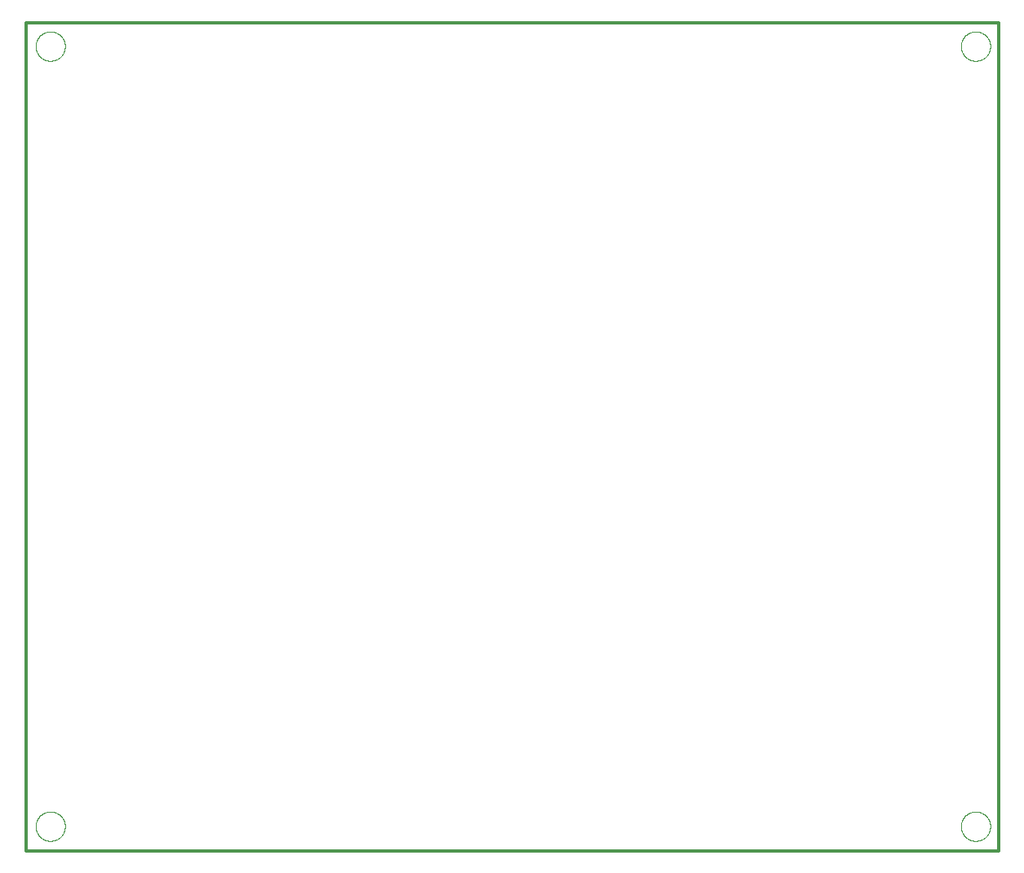
<source format=gko>
G75*
%MOIN*%
%OFA0B0*%
%FSLAX25Y25*%
%IPPOS*%
%LPD*%
%AMOC8*
5,1,8,0,0,1.08239X$1,22.5*
%
%ADD10C,0.01200*%
%ADD11C,0.00000*%
D10*
X0001600Y0001600D02*
X0001600Y0340301D01*
X0399021Y0340301D01*
X0399021Y0001600D01*
X0001600Y0001600D01*
D11*
X0005600Y0011600D02*
X0005602Y0011754D01*
X0005608Y0011909D01*
X0005618Y0012063D01*
X0005632Y0012217D01*
X0005650Y0012370D01*
X0005671Y0012523D01*
X0005697Y0012676D01*
X0005727Y0012827D01*
X0005760Y0012978D01*
X0005798Y0013128D01*
X0005839Y0013277D01*
X0005884Y0013425D01*
X0005933Y0013571D01*
X0005986Y0013717D01*
X0006042Y0013860D01*
X0006102Y0014003D01*
X0006166Y0014143D01*
X0006233Y0014283D01*
X0006304Y0014420D01*
X0006378Y0014555D01*
X0006456Y0014689D01*
X0006537Y0014820D01*
X0006622Y0014949D01*
X0006710Y0015077D01*
X0006801Y0015201D01*
X0006895Y0015324D01*
X0006993Y0015444D01*
X0007093Y0015561D01*
X0007197Y0015676D01*
X0007303Y0015788D01*
X0007412Y0015897D01*
X0007524Y0016003D01*
X0007639Y0016107D01*
X0007756Y0016207D01*
X0007876Y0016305D01*
X0007999Y0016399D01*
X0008123Y0016490D01*
X0008251Y0016578D01*
X0008380Y0016663D01*
X0008511Y0016744D01*
X0008645Y0016822D01*
X0008780Y0016896D01*
X0008917Y0016967D01*
X0009057Y0017034D01*
X0009197Y0017098D01*
X0009340Y0017158D01*
X0009483Y0017214D01*
X0009629Y0017267D01*
X0009775Y0017316D01*
X0009923Y0017361D01*
X0010072Y0017402D01*
X0010222Y0017440D01*
X0010373Y0017473D01*
X0010524Y0017503D01*
X0010677Y0017529D01*
X0010830Y0017550D01*
X0010983Y0017568D01*
X0011137Y0017582D01*
X0011291Y0017592D01*
X0011446Y0017598D01*
X0011600Y0017600D01*
X0011754Y0017598D01*
X0011909Y0017592D01*
X0012063Y0017582D01*
X0012217Y0017568D01*
X0012370Y0017550D01*
X0012523Y0017529D01*
X0012676Y0017503D01*
X0012827Y0017473D01*
X0012978Y0017440D01*
X0013128Y0017402D01*
X0013277Y0017361D01*
X0013425Y0017316D01*
X0013571Y0017267D01*
X0013717Y0017214D01*
X0013860Y0017158D01*
X0014003Y0017098D01*
X0014143Y0017034D01*
X0014283Y0016967D01*
X0014420Y0016896D01*
X0014555Y0016822D01*
X0014689Y0016744D01*
X0014820Y0016663D01*
X0014949Y0016578D01*
X0015077Y0016490D01*
X0015201Y0016399D01*
X0015324Y0016305D01*
X0015444Y0016207D01*
X0015561Y0016107D01*
X0015676Y0016003D01*
X0015788Y0015897D01*
X0015897Y0015788D01*
X0016003Y0015676D01*
X0016107Y0015561D01*
X0016207Y0015444D01*
X0016305Y0015324D01*
X0016399Y0015201D01*
X0016490Y0015077D01*
X0016578Y0014949D01*
X0016663Y0014820D01*
X0016744Y0014689D01*
X0016822Y0014555D01*
X0016896Y0014420D01*
X0016967Y0014283D01*
X0017034Y0014143D01*
X0017098Y0014003D01*
X0017158Y0013860D01*
X0017214Y0013717D01*
X0017267Y0013571D01*
X0017316Y0013425D01*
X0017361Y0013277D01*
X0017402Y0013128D01*
X0017440Y0012978D01*
X0017473Y0012827D01*
X0017503Y0012676D01*
X0017529Y0012523D01*
X0017550Y0012370D01*
X0017568Y0012217D01*
X0017582Y0012063D01*
X0017592Y0011909D01*
X0017598Y0011754D01*
X0017600Y0011600D01*
X0017598Y0011446D01*
X0017592Y0011291D01*
X0017582Y0011137D01*
X0017568Y0010983D01*
X0017550Y0010830D01*
X0017529Y0010677D01*
X0017503Y0010524D01*
X0017473Y0010373D01*
X0017440Y0010222D01*
X0017402Y0010072D01*
X0017361Y0009923D01*
X0017316Y0009775D01*
X0017267Y0009629D01*
X0017214Y0009483D01*
X0017158Y0009340D01*
X0017098Y0009197D01*
X0017034Y0009057D01*
X0016967Y0008917D01*
X0016896Y0008780D01*
X0016822Y0008645D01*
X0016744Y0008511D01*
X0016663Y0008380D01*
X0016578Y0008251D01*
X0016490Y0008123D01*
X0016399Y0007999D01*
X0016305Y0007876D01*
X0016207Y0007756D01*
X0016107Y0007639D01*
X0016003Y0007524D01*
X0015897Y0007412D01*
X0015788Y0007303D01*
X0015676Y0007197D01*
X0015561Y0007093D01*
X0015444Y0006993D01*
X0015324Y0006895D01*
X0015201Y0006801D01*
X0015077Y0006710D01*
X0014949Y0006622D01*
X0014820Y0006537D01*
X0014689Y0006456D01*
X0014555Y0006378D01*
X0014420Y0006304D01*
X0014283Y0006233D01*
X0014143Y0006166D01*
X0014003Y0006102D01*
X0013860Y0006042D01*
X0013717Y0005986D01*
X0013571Y0005933D01*
X0013425Y0005884D01*
X0013277Y0005839D01*
X0013128Y0005798D01*
X0012978Y0005760D01*
X0012827Y0005727D01*
X0012676Y0005697D01*
X0012523Y0005671D01*
X0012370Y0005650D01*
X0012217Y0005632D01*
X0012063Y0005618D01*
X0011909Y0005608D01*
X0011754Y0005602D01*
X0011600Y0005600D01*
X0011446Y0005602D01*
X0011291Y0005608D01*
X0011137Y0005618D01*
X0010983Y0005632D01*
X0010830Y0005650D01*
X0010677Y0005671D01*
X0010524Y0005697D01*
X0010373Y0005727D01*
X0010222Y0005760D01*
X0010072Y0005798D01*
X0009923Y0005839D01*
X0009775Y0005884D01*
X0009629Y0005933D01*
X0009483Y0005986D01*
X0009340Y0006042D01*
X0009197Y0006102D01*
X0009057Y0006166D01*
X0008917Y0006233D01*
X0008780Y0006304D01*
X0008645Y0006378D01*
X0008511Y0006456D01*
X0008380Y0006537D01*
X0008251Y0006622D01*
X0008123Y0006710D01*
X0007999Y0006801D01*
X0007876Y0006895D01*
X0007756Y0006993D01*
X0007639Y0007093D01*
X0007524Y0007197D01*
X0007412Y0007303D01*
X0007303Y0007412D01*
X0007197Y0007524D01*
X0007093Y0007639D01*
X0006993Y0007756D01*
X0006895Y0007876D01*
X0006801Y0007999D01*
X0006710Y0008123D01*
X0006622Y0008251D01*
X0006537Y0008380D01*
X0006456Y0008511D01*
X0006378Y0008645D01*
X0006304Y0008780D01*
X0006233Y0008917D01*
X0006166Y0009057D01*
X0006102Y0009197D01*
X0006042Y0009340D01*
X0005986Y0009483D01*
X0005933Y0009629D01*
X0005884Y0009775D01*
X0005839Y0009923D01*
X0005798Y0010072D01*
X0005760Y0010222D01*
X0005727Y0010373D01*
X0005697Y0010524D01*
X0005671Y0010677D01*
X0005650Y0010830D01*
X0005632Y0010983D01*
X0005618Y0011137D01*
X0005608Y0011291D01*
X0005602Y0011446D01*
X0005600Y0011600D01*
X0005600Y0330600D02*
X0005602Y0330754D01*
X0005608Y0330909D01*
X0005618Y0331063D01*
X0005632Y0331217D01*
X0005650Y0331370D01*
X0005671Y0331523D01*
X0005697Y0331676D01*
X0005727Y0331827D01*
X0005760Y0331978D01*
X0005798Y0332128D01*
X0005839Y0332277D01*
X0005884Y0332425D01*
X0005933Y0332571D01*
X0005986Y0332717D01*
X0006042Y0332860D01*
X0006102Y0333003D01*
X0006166Y0333143D01*
X0006233Y0333283D01*
X0006304Y0333420D01*
X0006378Y0333555D01*
X0006456Y0333689D01*
X0006537Y0333820D01*
X0006622Y0333949D01*
X0006710Y0334077D01*
X0006801Y0334201D01*
X0006895Y0334324D01*
X0006993Y0334444D01*
X0007093Y0334561D01*
X0007197Y0334676D01*
X0007303Y0334788D01*
X0007412Y0334897D01*
X0007524Y0335003D01*
X0007639Y0335107D01*
X0007756Y0335207D01*
X0007876Y0335305D01*
X0007999Y0335399D01*
X0008123Y0335490D01*
X0008251Y0335578D01*
X0008380Y0335663D01*
X0008511Y0335744D01*
X0008645Y0335822D01*
X0008780Y0335896D01*
X0008917Y0335967D01*
X0009057Y0336034D01*
X0009197Y0336098D01*
X0009340Y0336158D01*
X0009483Y0336214D01*
X0009629Y0336267D01*
X0009775Y0336316D01*
X0009923Y0336361D01*
X0010072Y0336402D01*
X0010222Y0336440D01*
X0010373Y0336473D01*
X0010524Y0336503D01*
X0010677Y0336529D01*
X0010830Y0336550D01*
X0010983Y0336568D01*
X0011137Y0336582D01*
X0011291Y0336592D01*
X0011446Y0336598D01*
X0011600Y0336600D01*
X0011754Y0336598D01*
X0011909Y0336592D01*
X0012063Y0336582D01*
X0012217Y0336568D01*
X0012370Y0336550D01*
X0012523Y0336529D01*
X0012676Y0336503D01*
X0012827Y0336473D01*
X0012978Y0336440D01*
X0013128Y0336402D01*
X0013277Y0336361D01*
X0013425Y0336316D01*
X0013571Y0336267D01*
X0013717Y0336214D01*
X0013860Y0336158D01*
X0014003Y0336098D01*
X0014143Y0336034D01*
X0014283Y0335967D01*
X0014420Y0335896D01*
X0014555Y0335822D01*
X0014689Y0335744D01*
X0014820Y0335663D01*
X0014949Y0335578D01*
X0015077Y0335490D01*
X0015201Y0335399D01*
X0015324Y0335305D01*
X0015444Y0335207D01*
X0015561Y0335107D01*
X0015676Y0335003D01*
X0015788Y0334897D01*
X0015897Y0334788D01*
X0016003Y0334676D01*
X0016107Y0334561D01*
X0016207Y0334444D01*
X0016305Y0334324D01*
X0016399Y0334201D01*
X0016490Y0334077D01*
X0016578Y0333949D01*
X0016663Y0333820D01*
X0016744Y0333689D01*
X0016822Y0333555D01*
X0016896Y0333420D01*
X0016967Y0333283D01*
X0017034Y0333143D01*
X0017098Y0333003D01*
X0017158Y0332860D01*
X0017214Y0332717D01*
X0017267Y0332571D01*
X0017316Y0332425D01*
X0017361Y0332277D01*
X0017402Y0332128D01*
X0017440Y0331978D01*
X0017473Y0331827D01*
X0017503Y0331676D01*
X0017529Y0331523D01*
X0017550Y0331370D01*
X0017568Y0331217D01*
X0017582Y0331063D01*
X0017592Y0330909D01*
X0017598Y0330754D01*
X0017600Y0330600D01*
X0017598Y0330446D01*
X0017592Y0330291D01*
X0017582Y0330137D01*
X0017568Y0329983D01*
X0017550Y0329830D01*
X0017529Y0329677D01*
X0017503Y0329524D01*
X0017473Y0329373D01*
X0017440Y0329222D01*
X0017402Y0329072D01*
X0017361Y0328923D01*
X0017316Y0328775D01*
X0017267Y0328629D01*
X0017214Y0328483D01*
X0017158Y0328340D01*
X0017098Y0328197D01*
X0017034Y0328057D01*
X0016967Y0327917D01*
X0016896Y0327780D01*
X0016822Y0327645D01*
X0016744Y0327511D01*
X0016663Y0327380D01*
X0016578Y0327251D01*
X0016490Y0327123D01*
X0016399Y0326999D01*
X0016305Y0326876D01*
X0016207Y0326756D01*
X0016107Y0326639D01*
X0016003Y0326524D01*
X0015897Y0326412D01*
X0015788Y0326303D01*
X0015676Y0326197D01*
X0015561Y0326093D01*
X0015444Y0325993D01*
X0015324Y0325895D01*
X0015201Y0325801D01*
X0015077Y0325710D01*
X0014949Y0325622D01*
X0014820Y0325537D01*
X0014689Y0325456D01*
X0014555Y0325378D01*
X0014420Y0325304D01*
X0014283Y0325233D01*
X0014143Y0325166D01*
X0014003Y0325102D01*
X0013860Y0325042D01*
X0013717Y0324986D01*
X0013571Y0324933D01*
X0013425Y0324884D01*
X0013277Y0324839D01*
X0013128Y0324798D01*
X0012978Y0324760D01*
X0012827Y0324727D01*
X0012676Y0324697D01*
X0012523Y0324671D01*
X0012370Y0324650D01*
X0012217Y0324632D01*
X0012063Y0324618D01*
X0011909Y0324608D01*
X0011754Y0324602D01*
X0011600Y0324600D01*
X0011446Y0324602D01*
X0011291Y0324608D01*
X0011137Y0324618D01*
X0010983Y0324632D01*
X0010830Y0324650D01*
X0010677Y0324671D01*
X0010524Y0324697D01*
X0010373Y0324727D01*
X0010222Y0324760D01*
X0010072Y0324798D01*
X0009923Y0324839D01*
X0009775Y0324884D01*
X0009629Y0324933D01*
X0009483Y0324986D01*
X0009340Y0325042D01*
X0009197Y0325102D01*
X0009057Y0325166D01*
X0008917Y0325233D01*
X0008780Y0325304D01*
X0008645Y0325378D01*
X0008511Y0325456D01*
X0008380Y0325537D01*
X0008251Y0325622D01*
X0008123Y0325710D01*
X0007999Y0325801D01*
X0007876Y0325895D01*
X0007756Y0325993D01*
X0007639Y0326093D01*
X0007524Y0326197D01*
X0007412Y0326303D01*
X0007303Y0326412D01*
X0007197Y0326524D01*
X0007093Y0326639D01*
X0006993Y0326756D01*
X0006895Y0326876D01*
X0006801Y0326999D01*
X0006710Y0327123D01*
X0006622Y0327251D01*
X0006537Y0327380D01*
X0006456Y0327511D01*
X0006378Y0327645D01*
X0006304Y0327780D01*
X0006233Y0327917D01*
X0006166Y0328057D01*
X0006102Y0328197D01*
X0006042Y0328340D01*
X0005986Y0328483D01*
X0005933Y0328629D01*
X0005884Y0328775D01*
X0005839Y0328923D01*
X0005798Y0329072D01*
X0005760Y0329222D01*
X0005727Y0329373D01*
X0005697Y0329524D01*
X0005671Y0329677D01*
X0005650Y0329830D01*
X0005632Y0329983D01*
X0005618Y0330137D01*
X0005608Y0330291D01*
X0005602Y0330446D01*
X0005600Y0330600D01*
X0383600Y0330600D02*
X0383602Y0330754D01*
X0383608Y0330909D01*
X0383618Y0331063D01*
X0383632Y0331217D01*
X0383650Y0331370D01*
X0383671Y0331523D01*
X0383697Y0331676D01*
X0383727Y0331827D01*
X0383760Y0331978D01*
X0383798Y0332128D01*
X0383839Y0332277D01*
X0383884Y0332425D01*
X0383933Y0332571D01*
X0383986Y0332717D01*
X0384042Y0332860D01*
X0384102Y0333003D01*
X0384166Y0333143D01*
X0384233Y0333283D01*
X0384304Y0333420D01*
X0384378Y0333555D01*
X0384456Y0333689D01*
X0384537Y0333820D01*
X0384622Y0333949D01*
X0384710Y0334077D01*
X0384801Y0334201D01*
X0384895Y0334324D01*
X0384993Y0334444D01*
X0385093Y0334561D01*
X0385197Y0334676D01*
X0385303Y0334788D01*
X0385412Y0334897D01*
X0385524Y0335003D01*
X0385639Y0335107D01*
X0385756Y0335207D01*
X0385876Y0335305D01*
X0385999Y0335399D01*
X0386123Y0335490D01*
X0386251Y0335578D01*
X0386380Y0335663D01*
X0386511Y0335744D01*
X0386645Y0335822D01*
X0386780Y0335896D01*
X0386917Y0335967D01*
X0387057Y0336034D01*
X0387197Y0336098D01*
X0387340Y0336158D01*
X0387483Y0336214D01*
X0387629Y0336267D01*
X0387775Y0336316D01*
X0387923Y0336361D01*
X0388072Y0336402D01*
X0388222Y0336440D01*
X0388373Y0336473D01*
X0388524Y0336503D01*
X0388677Y0336529D01*
X0388830Y0336550D01*
X0388983Y0336568D01*
X0389137Y0336582D01*
X0389291Y0336592D01*
X0389446Y0336598D01*
X0389600Y0336600D01*
X0389754Y0336598D01*
X0389909Y0336592D01*
X0390063Y0336582D01*
X0390217Y0336568D01*
X0390370Y0336550D01*
X0390523Y0336529D01*
X0390676Y0336503D01*
X0390827Y0336473D01*
X0390978Y0336440D01*
X0391128Y0336402D01*
X0391277Y0336361D01*
X0391425Y0336316D01*
X0391571Y0336267D01*
X0391717Y0336214D01*
X0391860Y0336158D01*
X0392003Y0336098D01*
X0392143Y0336034D01*
X0392283Y0335967D01*
X0392420Y0335896D01*
X0392555Y0335822D01*
X0392689Y0335744D01*
X0392820Y0335663D01*
X0392949Y0335578D01*
X0393077Y0335490D01*
X0393201Y0335399D01*
X0393324Y0335305D01*
X0393444Y0335207D01*
X0393561Y0335107D01*
X0393676Y0335003D01*
X0393788Y0334897D01*
X0393897Y0334788D01*
X0394003Y0334676D01*
X0394107Y0334561D01*
X0394207Y0334444D01*
X0394305Y0334324D01*
X0394399Y0334201D01*
X0394490Y0334077D01*
X0394578Y0333949D01*
X0394663Y0333820D01*
X0394744Y0333689D01*
X0394822Y0333555D01*
X0394896Y0333420D01*
X0394967Y0333283D01*
X0395034Y0333143D01*
X0395098Y0333003D01*
X0395158Y0332860D01*
X0395214Y0332717D01*
X0395267Y0332571D01*
X0395316Y0332425D01*
X0395361Y0332277D01*
X0395402Y0332128D01*
X0395440Y0331978D01*
X0395473Y0331827D01*
X0395503Y0331676D01*
X0395529Y0331523D01*
X0395550Y0331370D01*
X0395568Y0331217D01*
X0395582Y0331063D01*
X0395592Y0330909D01*
X0395598Y0330754D01*
X0395600Y0330600D01*
X0395598Y0330446D01*
X0395592Y0330291D01*
X0395582Y0330137D01*
X0395568Y0329983D01*
X0395550Y0329830D01*
X0395529Y0329677D01*
X0395503Y0329524D01*
X0395473Y0329373D01*
X0395440Y0329222D01*
X0395402Y0329072D01*
X0395361Y0328923D01*
X0395316Y0328775D01*
X0395267Y0328629D01*
X0395214Y0328483D01*
X0395158Y0328340D01*
X0395098Y0328197D01*
X0395034Y0328057D01*
X0394967Y0327917D01*
X0394896Y0327780D01*
X0394822Y0327645D01*
X0394744Y0327511D01*
X0394663Y0327380D01*
X0394578Y0327251D01*
X0394490Y0327123D01*
X0394399Y0326999D01*
X0394305Y0326876D01*
X0394207Y0326756D01*
X0394107Y0326639D01*
X0394003Y0326524D01*
X0393897Y0326412D01*
X0393788Y0326303D01*
X0393676Y0326197D01*
X0393561Y0326093D01*
X0393444Y0325993D01*
X0393324Y0325895D01*
X0393201Y0325801D01*
X0393077Y0325710D01*
X0392949Y0325622D01*
X0392820Y0325537D01*
X0392689Y0325456D01*
X0392555Y0325378D01*
X0392420Y0325304D01*
X0392283Y0325233D01*
X0392143Y0325166D01*
X0392003Y0325102D01*
X0391860Y0325042D01*
X0391717Y0324986D01*
X0391571Y0324933D01*
X0391425Y0324884D01*
X0391277Y0324839D01*
X0391128Y0324798D01*
X0390978Y0324760D01*
X0390827Y0324727D01*
X0390676Y0324697D01*
X0390523Y0324671D01*
X0390370Y0324650D01*
X0390217Y0324632D01*
X0390063Y0324618D01*
X0389909Y0324608D01*
X0389754Y0324602D01*
X0389600Y0324600D01*
X0389446Y0324602D01*
X0389291Y0324608D01*
X0389137Y0324618D01*
X0388983Y0324632D01*
X0388830Y0324650D01*
X0388677Y0324671D01*
X0388524Y0324697D01*
X0388373Y0324727D01*
X0388222Y0324760D01*
X0388072Y0324798D01*
X0387923Y0324839D01*
X0387775Y0324884D01*
X0387629Y0324933D01*
X0387483Y0324986D01*
X0387340Y0325042D01*
X0387197Y0325102D01*
X0387057Y0325166D01*
X0386917Y0325233D01*
X0386780Y0325304D01*
X0386645Y0325378D01*
X0386511Y0325456D01*
X0386380Y0325537D01*
X0386251Y0325622D01*
X0386123Y0325710D01*
X0385999Y0325801D01*
X0385876Y0325895D01*
X0385756Y0325993D01*
X0385639Y0326093D01*
X0385524Y0326197D01*
X0385412Y0326303D01*
X0385303Y0326412D01*
X0385197Y0326524D01*
X0385093Y0326639D01*
X0384993Y0326756D01*
X0384895Y0326876D01*
X0384801Y0326999D01*
X0384710Y0327123D01*
X0384622Y0327251D01*
X0384537Y0327380D01*
X0384456Y0327511D01*
X0384378Y0327645D01*
X0384304Y0327780D01*
X0384233Y0327917D01*
X0384166Y0328057D01*
X0384102Y0328197D01*
X0384042Y0328340D01*
X0383986Y0328483D01*
X0383933Y0328629D01*
X0383884Y0328775D01*
X0383839Y0328923D01*
X0383798Y0329072D01*
X0383760Y0329222D01*
X0383727Y0329373D01*
X0383697Y0329524D01*
X0383671Y0329677D01*
X0383650Y0329830D01*
X0383632Y0329983D01*
X0383618Y0330137D01*
X0383608Y0330291D01*
X0383602Y0330446D01*
X0383600Y0330600D01*
X0383600Y0011600D02*
X0383602Y0011754D01*
X0383608Y0011909D01*
X0383618Y0012063D01*
X0383632Y0012217D01*
X0383650Y0012370D01*
X0383671Y0012523D01*
X0383697Y0012676D01*
X0383727Y0012827D01*
X0383760Y0012978D01*
X0383798Y0013128D01*
X0383839Y0013277D01*
X0383884Y0013425D01*
X0383933Y0013571D01*
X0383986Y0013717D01*
X0384042Y0013860D01*
X0384102Y0014003D01*
X0384166Y0014143D01*
X0384233Y0014283D01*
X0384304Y0014420D01*
X0384378Y0014555D01*
X0384456Y0014689D01*
X0384537Y0014820D01*
X0384622Y0014949D01*
X0384710Y0015077D01*
X0384801Y0015201D01*
X0384895Y0015324D01*
X0384993Y0015444D01*
X0385093Y0015561D01*
X0385197Y0015676D01*
X0385303Y0015788D01*
X0385412Y0015897D01*
X0385524Y0016003D01*
X0385639Y0016107D01*
X0385756Y0016207D01*
X0385876Y0016305D01*
X0385999Y0016399D01*
X0386123Y0016490D01*
X0386251Y0016578D01*
X0386380Y0016663D01*
X0386511Y0016744D01*
X0386645Y0016822D01*
X0386780Y0016896D01*
X0386917Y0016967D01*
X0387057Y0017034D01*
X0387197Y0017098D01*
X0387340Y0017158D01*
X0387483Y0017214D01*
X0387629Y0017267D01*
X0387775Y0017316D01*
X0387923Y0017361D01*
X0388072Y0017402D01*
X0388222Y0017440D01*
X0388373Y0017473D01*
X0388524Y0017503D01*
X0388677Y0017529D01*
X0388830Y0017550D01*
X0388983Y0017568D01*
X0389137Y0017582D01*
X0389291Y0017592D01*
X0389446Y0017598D01*
X0389600Y0017600D01*
X0389754Y0017598D01*
X0389909Y0017592D01*
X0390063Y0017582D01*
X0390217Y0017568D01*
X0390370Y0017550D01*
X0390523Y0017529D01*
X0390676Y0017503D01*
X0390827Y0017473D01*
X0390978Y0017440D01*
X0391128Y0017402D01*
X0391277Y0017361D01*
X0391425Y0017316D01*
X0391571Y0017267D01*
X0391717Y0017214D01*
X0391860Y0017158D01*
X0392003Y0017098D01*
X0392143Y0017034D01*
X0392283Y0016967D01*
X0392420Y0016896D01*
X0392555Y0016822D01*
X0392689Y0016744D01*
X0392820Y0016663D01*
X0392949Y0016578D01*
X0393077Y0016490D01*
X0393201Y0016399D01*
X0393324Y0016305D01*
X0393444Y0016207D01*
X0393561Y0016107D01*
X0393676Y0016003D01*
X0393788Y0015897D01*
X0393897Y0015788D01*
X0394003Y0015676D01*
X0394107Y0015561D01*
X0394207Y0015444D01*
X0394305Y0015324D01*
X0394399Y0015201D01*
X0394490Y0015077D01*
X0394578Y0014949D01*
X0394663Y0014820D01*
X0394744Y0014689D01*
X0394822Y0014555D01*
X0394896Y0014420D01*
X0394967Y0014283D01*
X0395034Y0014143D01*
X0395098Y0014003D01*
X0395158Y0013860D01*
X0395214Y0013717D01*
X0395267Y0013571D01*
X0395316Y0013425D01*
X0395361Y0013277D01*
X0395402Y0013128D01*
X0395440Y0012978D01*
X0395473Y0012827D01*
X0395503Y0012676D01*
X0395529Y0012523D01*
X0395550Y0012370D01*
X0395568Y0012217D01*
X0395582Y0012063D01*
X0395592Y0011909D01*
X0395598Y0011754D01*
X0395600Y0011600D01*
X0395598Y0011446D01*
X0395592Y0011291D01*
X0395582Y0011137D01*
X0395568Y0010983D01*
X0395550Y0010830D01*
X0395529Y0010677D01*
X0395503Y0010524D01*
X0395473Y0010373D01*
X0395440Y0010222D01*
X0395402Y0010072D01*
X0395361Y0009923D01*
X0395316Y0009775D01*
X0395267Y0009629D01*
X0395214Y0009483D01*
X0395158Y0009340D01*
X0395098Y0009197D01*
X0395034Y0009057D01*
X0394967Y0008917D01*
X0394896Y0008780D01*
X0394822Y0008645D01*
X0394744Y0008511D01*
X0394663Y0008380D01*
X0394578Y0008251D01*
X0394490Y0008123D01*
X0394399Y0007999D01*
X0394305Y0007876D01*
X0394207Y0007756D01*
X0394107Y0007639D01*
X0394003Y0007524D01*
X0393897Y0007412D01*
X0393788Y0007303D01*
X0393676Y0007197D01*
X0393561Y0007093D01*
X0393444Y0006993D01*
X0393324Y0006895D01*
X0393201Y0006801D01*
X0393077Y0006710D01*
X0392949Y0006622D01*
X0392820Y0006537D01*
X0392689Y0006456D01*
X0392555Y0006378D01*
X0392420Y0006304D01*
X0392283Y0006233D01*
X0392143Y0006166D01*
X0392003Y0006102D01*
X0391860Y0006042D01*
X0391717Y0005986D01*
X0391571Y0005933D01*
X0391425Y0005884D01*
X0391277Y0005839D01*
X0391128Y0005798D01*
X0390978Y0005760D01*
X0390827Y0005727D01*
X0390676Y0005697D01*
X0390523Y0005671D01*
X0390370Y0005650D01*
X0390217Y0005632D01*
X0390063Y0005618D01*
X0389909Y0005608D01*
X0389754Y0005602D01*
X0389600Y0005600D01*
X0389446Y0005602D01*
X0389291Y0005608D01*
X0389137Y0005618D01*
X0388983Y0005632D01*
X0388830Y0005650D01*
X0388677Y0005671D01*
X0388524Y0005697D01*
X0388373Y0005727D01*
X0388222Y0005760D01*
X0388072Y0005798D01*
X0387923Y0005839D01*
X0387775Y0005884D01*
X0387629Y0005933D01*
X0387483Y0005986D01*
X0387340Y0006042D01*
X0387197Y0006102D01*
X0387057Y0006166D01*
X0386917Y0006233D01*
X0386780Y0006304D01*
X0386645Y0006378D01*
X0386511Y0006456D01*
X0386380Y0006537D01*
X0386251Y0006622D01*
X0386123Y0006710D01*
X0385999Y0006801D01*
X0385876Y0006895D01*
X0385756Y0006993D01*
X0385639Y0007093D01*
X0385524Y0007197D01*
X0385412Y0007303D01*
X0385303Y0007412D01*
X0385197Y0007524D01*
X0385093Y0007639D01*
X0384993Y0007756D01*
X0384895Y0007876D01*
X0384801Y0007999D01*
X0384710Y0008123D01*
X0384622Y0008251D01*
X0384537Y0008380D01*
X0384456Y0008511D01*
X0384378Y0008645D01*
X0384304Y0008780D01*
X0384233Y0008917D01*
X0384166Y0009057D01*
X0384102Y0009197D01*
X0384042Y0009340D01*
X0383986Y0009483D01*
X0383933Y0009629D01*
X0383884Y0009775D01*
X0383839Y0009923D01*
X0383798Y0010072D01*
X0383760Y0010222D01*
X0383727Y0010373D01*
X0383697Y0010524D01*
X0383671Y0010677D01*
X0383650Y0010830D01*
X0383632Y0010983D01*
X0383618Y0011137D01*
X0383608Y0011291D01*
X0383602Y0011446D01*
X0383600Y0011600D01*
M02*

</source>
